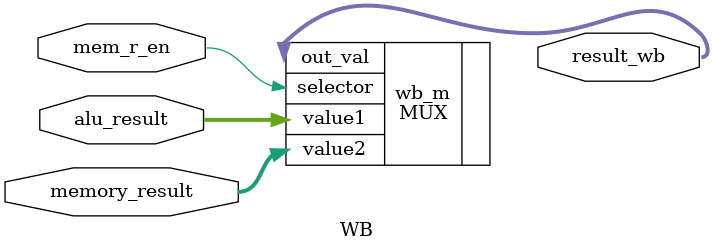
<source format=v>
module WB(
	input mem_r_en, 
	input [31:0] alu_result, 
	input [31:0] memory_result, 
	output [31:0] result_wb
);

	MUX wb_m(.value2(memory_result), .value1(alu_result),  .selector(mem_r_en), .out_val(result_wb));

endmodule
</source>
